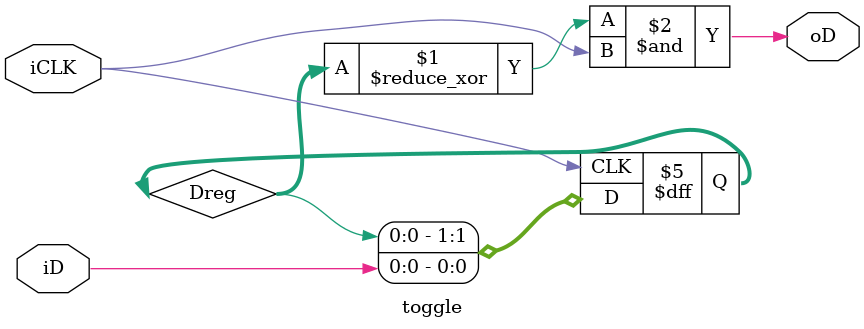
<source format=v>
module toggle (iCLK, iD, oD);
input wire iCLK, iD;
output wire oD;

reg [1:0] Dreg = 2'b00;

assign oD = ^Dreg & iCLK;

always @(posedge iCLK) begin
	Dreg[0] <= iD;
	Dreg[1] <= Dreg[0];
end

endmodule


</source>
